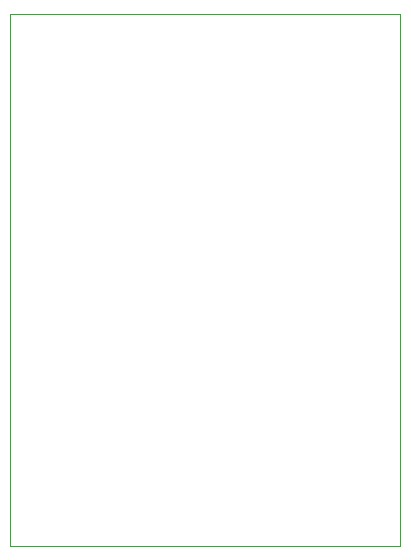
<source format=gm1>
%TF.GenerationSoftware,KiCad,Pcbnew,(6.0.1)*%
%TF.CreationDate,2022-02-24T09:20:58+01:00*%
%TF.ProjectId,RC-MultiSwitcher,52432d4d-756c-4746-9953-776974636865,rev?*%
%TF.SameCoordinates,Original*%
%TF.FileFunction,Profile,NP*%
%FSLAX46Y46*%
G04 Gerber Fmt 4.6, Leading zero omitted, Abs format (unit mm)*
G04 Created by KiCad (PCBNEW (6.0.1)) date 2022-02-24 09:20:58*
%MOMM*%
%LPD*%
G01*
G04 APERTURE LIST*
%TA.AperFunction,Profile*%
%ADD10C,0.100000*%
%TD*%
G04 APERTURE END LIST*
D10*
X130810000Y-62230000D02*
X163830000Y-62230000D01*
X163830000Y-62230000D02*
X163830000Y-107315000D01*
X163830000Y-107315000D02*
X130810000Y-107315000D01*
X130810000Y-107315000D02*
X130810000Y-62230000D01*
M02*

</source>
